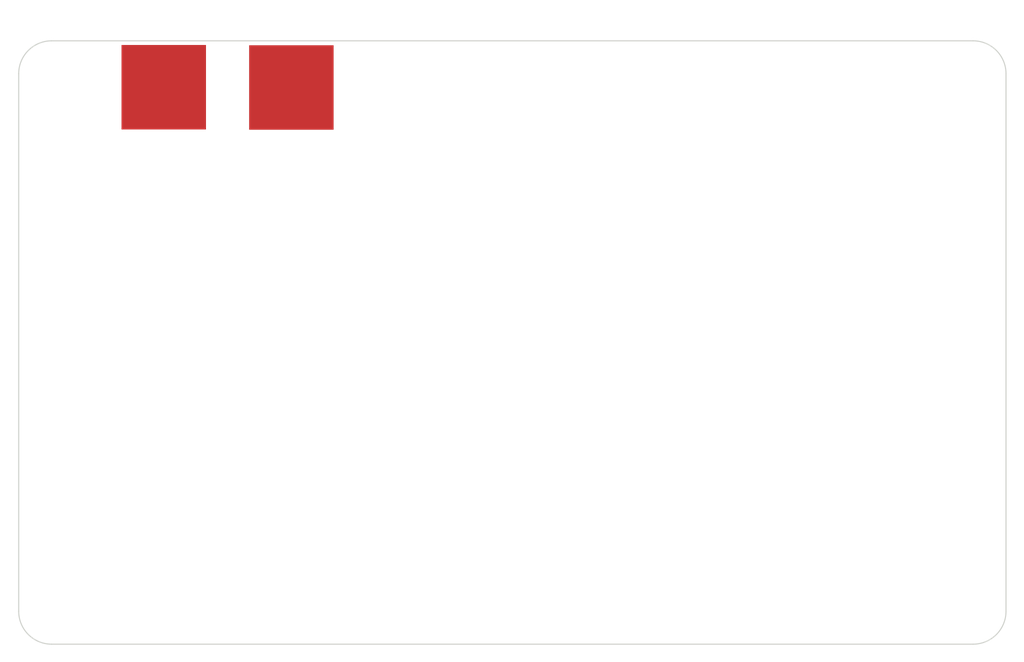
<source format=kicad_pcb>
(kicad_pcb (version 20221018) (generator pcbnew)
  (layers (0 "F.Cu" signal) (31 "B.Cu" signal) (34 "B.Paste" user) (35 "F.Paste" user) (36 "B.SilkS" user "B.Silkscreen") (37 "F.SilkS" user "F.Silkscreen") (38 "B.Mask" user) (39 "F.Mask" user) (44 "Edge.Cuts" user))
  (net 0 "")
  (footprint "MountingHole:MountingHole_3.2mm_M3" (layer "F.Cu") (at 186.3836 76.365)
    (fp_text reference "H4" hide)
    (fp_text value "MountingHole")
    (pad "" np_thru_hole circle (at 0 0) (size 3.2 3.2) (drill 3.2) (layers "*.Cu" "*.Mask"))
  )
  (footprint "MountingHole:MountingHole_3.2mm_M3" (layer "F.Cu") (at 186.3836 124.498)
    (fp_text reference "H3" hide)
    (fp_text value "MountingHole")
    (pad "" np_thru_hole circle (at 0 0) (size 3.2 3.2) (drill 3.2) (layers "*.Cu" "*.Mask"))
  )
  (footprint "" (layer "F.Cu") (at 103.3256 124.498)
    (fp_text reference "" (at 0 0) (layer "F.SilkS") (effects (font (size 1.27 1.27))))
    (fp_text value "" (at 0 0) (layer "F.SilkS") (effects (font (size 1.27 1.27))))
    (pad "" np_thru_hole circle (at 0 0) (size 3.2 3.2) (drill 3.2) (layers "*.Cu" "*.Mask"))
  )
  (footprint "MountingHole:MountingHole_3.2mm_M3" (layer "F.Cu") (at 103.3256 124.498)
    (fp_text reference "H2" hide)
    (fp_text value "MountingHole")
    (pad "" np_thru_hole circle (at 0 0) (size 3.2 3.2) (drill 3.2) (layers "*.Cu" "*.Mask"))
  )
  (footprint "0-Myparts:ねじ端子(縦)" (layer "F.Cu") (at 113.1046 69.427)
    (fp_text reference "J2" hide)
    (fp_text value "Conn_01x01_Pin")
    (pad "1" smd rect (at 0 7.7) (size 7.7 7.7) (layers "F.Cu" "F.Paste" "F.Mask"))
  )
  (footprint "0-Myparts:ねじ端子(縦)" (layer "F.Cu") (at 124.7378 69.4524)
    (fp_text reference "J1" hide)
    (fp_text value "Conn_01x01_Pin")
    (pad "1" smd rect (at 0 7.7) (size 7.7 7.7) (layers "F.Cu" "F.Paste" "F.Mask"))
  )
  (footprint "MountingHole:MountingHole_3.2mm_M3" (layer "F.Cu") (at 103.3256 76.365)
    (fp_text reference "H1" hide)
    (fp_text value "MountingHole")
    (pad "" np_thru_hole circle (at 0 0) (size 3.2 3.2) (drill 3.2) (layers "*.Cu" "*.Mask"))
  )
  (footprint "" (layer "F.Cu") (at 186.3836 76.365)
    (fp_text reference "" (at 0 0) (layer "F.SilkS") (effects (font (size 1.27 1.27))))
    (fp_text value "" (at 0 0) (layer "F.SilkS") (effects (font (size 1.27 1.27))))
    (pad "" np_thru_hole circle (at 0 0) (size 3.2 3.2) (drill 3.2) (layers "*.Cu" "*.Mask"))
  )
  (gr_line (start 102.8816 72.898) (end 186.8816 72.898) (stroke (width 0.1)) (layer "Edge.Cuts"))
  (gr_line (start 186.8816 127.898) (end 102.8816 127.898) (stroke (width 0.1)) (layer "Edge.Cuts"))
  (gr_line (start 99.8816 124.898) (end 99.8816 75.898) (stroke (width 0.1)) (layer "Edge.Cuts"))
  (gr_arc (start 189.8816 124.898) (mid 189.00292 127.01932) (end 186.8816 127.898) (stroke (width 0.1)) (layer "Edge.Cuts"))
  (gr_arc (start 99.8816 75.898) (mid 100.76028 73.77668) (end 102.8816 72.898) (stroke (width 0.1)) (layer "Edge.Cuts"))
  (gr_arc (start 102.8816 127.898) (mid 100.76028 127.01932) (end 99.8816 124.898) (stroke (width 0.1)) (layer "Edge.Cuts"))
  (gr_line (start 189.8816 75.898) (end 189.8816 124.898) (stroke (width 0.1)) (layer "Edge.Cuts"))
  (gr_arc (start 186.8816 72.898) (mid 189.00292 73.77668) (end 189.8816 75.898) (stroke (width 0.1)) (layer "Edge.Cuts"))
)
</source>
